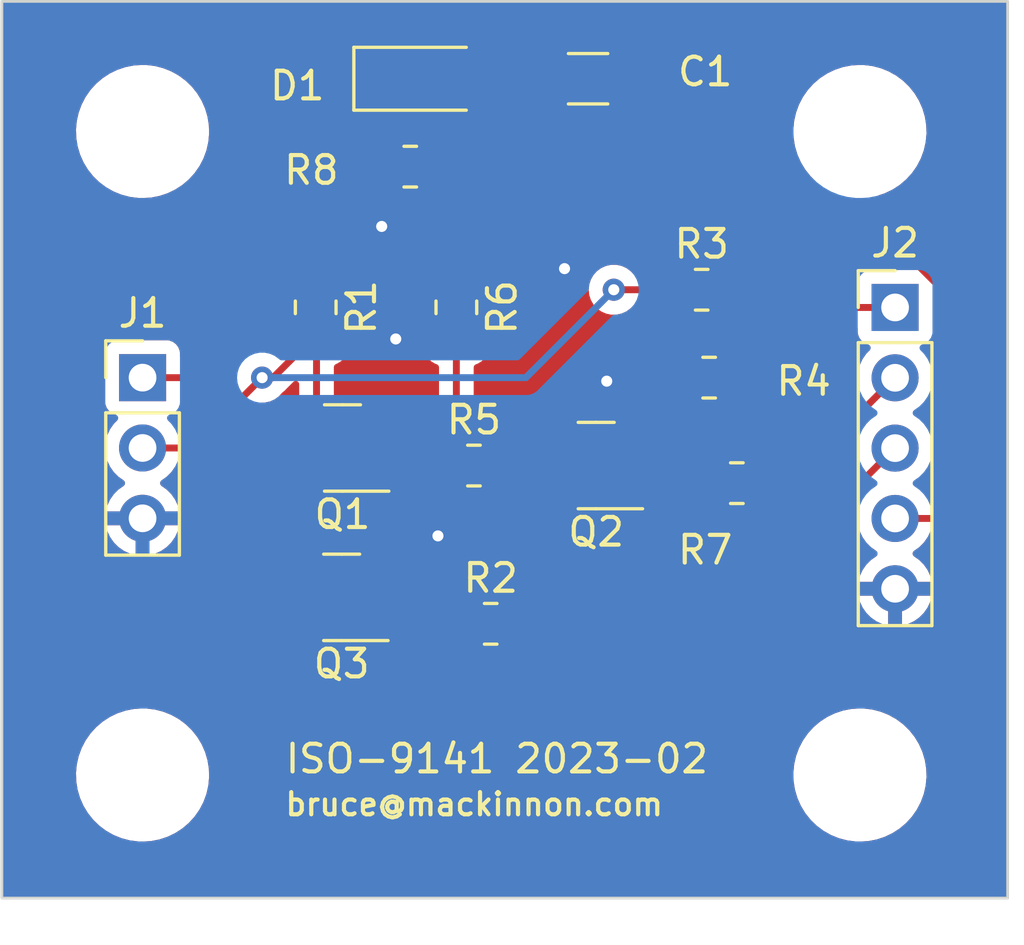
<source format=kicad_pcb>
(kicad_pcb (version 20221018) (generator pcbnew)
  (layers (0 "F.Cu" signal) (31 "B.Cu" signal) (34 "B.Paste" user) (35 "F.Paste" user) (36 "B.SilkS" user "B.Silkscreen") (37 "F.SilkS" user "F.Silkscreen") (38 "B.Mask" user) (39 "F.Mask" user) (44 "Edge.Cuts" user))
  (net 0 "")
  (net 1 "+12V")
  (net 2 "GND")
  (net 3 "Net-(D1-K)")
  (net 4 "KLINE")
  (net 5 "TX")
  (net 6 "RX")
  (net 7 "CTL")
  (net 8 "Net-(Q1-B)")
  (net 9 "Net-(Q2-B)")
  (net 10 "Net-(Q2-C)")
  (net 11 "Net-(Q3-B)")
  (footprint "Package_TO_SOT_SMD:SOT-23" (layer "F.Cu") (at 158.115 88.9 180)
    (fp_text reference "Q2" (at 0 -2.4) (layer "F.SilkS"))
    (fp_text value "MMBT3904")
    (fp_line (start 0 -1.56) (end -1.675 -1.56) (stroke (width 0.12)) (layer "F.SilkS"))
    (fp_line (start 0 -1.56) (end 0.65 -1.56) (stroke (width 0.12)) (layer "F.SilkS"))
    (fp_line (start 0 1.56) (end -0.65 1.56) (stroke (width 0.12)) (layer "F.SilkS"))
    (fp_line (start 0 1.56) (end 0.65 1.56) (stroke (width 0.12)) (layer "F.SilkS"))
    (pad "1" smd roundrect (at -0.9375 -0.95 180) (size 1.475 0.6) (layers "F.Cu" "F.Paste" "F.Mask") (net 9 "Net-(Q2-B)"))
    (pad "2" smd roundrect (at -0.9375 0.95 180) (size 1.475 0.6) (layers "F.Cu" "F.Paste" "F.Mask") (net 2 "GND"))
    (pad "3" smd roundrect (at 0.9375 0 180) (size 1.475 0.6) (layers "F.Cu" "F.Paste" "F.Mask") (net 10 "Net-(Q2-C)"))
  )
  (footprint "Resistor_SMD:R_0805_2012Metric_Pad1.20x1.40mm_HandSolder" (layer "F.Cu") (at 163.195 89.535)
    (fp_text reference "R7" (at -1.143 2.413) (layer "F.SilkS"))
    (fp_text value "2.2K")
    (fp_line (start -0.227064 -0.735) (end 0.227064 -0.735) (stroke (width 0.12)) (layer "F.SilkS"))
    (fp_line (start -0.227064 0.735) (end 0.227064 0.735) (stroke (width 0.12)) (layer "F.SilkS"))
    (pad "1" smd roundrect (at -1 0) (size 1.2 1.4) (layers "F.Cu" "F.Paste" "F.Mask") (roundrect_rratio 0.2083333333) (net 9 "Net-(Q2-B)"))
    (pad "2" smd roundrect (at 1 0) (size 1.2 1.4) (layers "F.Cu" "F.Paste" "F.Mask") (roundrect_rratio 0.2083333333) (net 5 "TX"))
  )
  (footprint "LED_SMD:LED_1206_3216Metric_Pad1.42x1.75mm_HandSolder" (layer "F.Cu") (at 151.8225 74.93)
    (fp_text reference "D1" (at -4.5025 0.254) (layer "F.SilkS"))
    (fp_text value "LED")
    (fp_line (start -2.46 -1.135) (end -2.46 1.135) (stroke (width 0.12)) (layer "F.SilkS"))
    (fp_line (start -2.46 1.135) (end 1.6 1.135) (stroke (width 0.12)) (layer "F.SilkS"))
    (fp_line (start 1.6 -1.135) (end -2.46 -1.135) (stroke (width 0.12)) (layer "F.SilkS"))
    (pad "1" smd roundrect (at -1.4875 0) (size 1.425 1.75) (layers "F.Cu" "F.Paste" "F.Mask") (roundrect_rratio 0.1754392982) (net 3 "Net-(D1-K)"))
    (pad "2" smd roundrect (at 1.4875 0) (size 1.425 1.75) (layers "F.Cu" "F.Paste" "F.Mask") (roundrect_rratio 0.1754392982) (net 1 "+12V"))
  )
  (footprint "Resistor_SMD:R_0805_2012Metric_Pad1.20x1.40mm_HandSolder" (layer "F.Cu") (at 151.4 78.105)
    (fp_text reference "R8" (at -3.572 0.127) (layer "F.SilkS"))
    (fp_text value "470")
    (fp_line (start -0.227064 -0.735) (end 0.227064 -0.735) (stroke (width 0.12)) (layer "F.SilkS"))
    (fp_line (start -0.227064 0.735) (end 0.227064 0.735) (stroke (width 0.12)) (layer "F.SilkS"))
    (pad "1" smd roundrect (at -1 0) (size 1.2 1.4) (layers "F.Cu" "F.Paste" "F.Mask") (roundrect_rratio 0.2083333333) (net 3 "Net-(D1-K)"))
    (pad "2" smd roundrect (at 1 0) (size 1.2 1.4) (layers "F.Cu" "F.Paste" "F.Mask") (roundrect_rratio 0.2083333333) (net 2 "GND"))
  )
  (footprint "Capacitor_SMD:C_1206_3216Metric_Pad1.33x1.80mm_HandSolder" (layer "F.Cu") (at 157.8225 74.93)
    (fp_text reference "C1" (at 4.2295 -0.254) (layer "F.SilkS"))
    (fp_text value "10U")
    (fp_line (start -0.711252 -0.91) (end 0.711252 -0.91) (stroke (width 0.12)) (layer "F.SilkS"))
    (fp_line (start -0.711252 0.91) (end 0.711252 0.91) (stroke (width 0.12)) (layer "F.SilkS"))
    (pad "1" smd roundrect (at -1.5625 0) (size 1.325 1.8) (layers "F.Cu" "F.Paste" "F.Mask") (roundrect_rratio 0.1886792453) (net 1 "+12V"))
    (pad "2" smd roundrect (at 1.5625 0) (size 1.325 1.8) (layers "F.Cu" "F.Paste" "F.Mask") (roundrect_rratio 0.1886792453) (net 2 "GND"))
  )
  (footprint "MountingHole:MountingHole_4.3mm_M4" (layer "F.Cu") (at 141.732 100.076)
    (fp_text reference "H3" hide)
    (fp_text value "MountingHole")
    (pad "" np_thru_hole circle (at 0 0) (size 4.3 4.3) (drill 4.3) (layers "*.Cu" "*.Mask"))
  )
  (footprint "MountingHole:MountingHole_4.3mm_M4" (layer "F.Cu") (at 141.732 76.835)
    (fp_text reference "H1" hide)
    (fp_text value "MountingHole")
    (pad "" np_thru_hole circle (at 0 0) (size 4.3 4.3) (drill 4.3) (layers "*.Cu" "*.Mask"))
  )
  (footprint "Resistor_SMD:R_0805_2012Metric_Pad1.20x1.40mm_HandSolder" (layer "F.Cu") (at 153.065 83.185 -90)
    (fp_text reference "R6" (at 0 -1.65 90) (layer "F.SilkS"))
    (fp_text value "5.6K")
    (fp_line (start -0.227064 -0.735) (end 0.227064 -0.735) (stroke (width 0.12)) (layer "F.SilkS"))
    (fp_line (start -0.227064 0.735) (end 0.227064 0.735) (stroke (width 0.12)) (layer "F.SilkS"))
    (pad "1" smd roundrect (at -1 0 270) (size 1.2 1.4) (layers "F.Cu" "F.Paste" "F.Mask") (roundrect_rratio 0.2083333333) (net 1 "+12V"))
    (pad "2" smd roundrect (at 1 0 270) (size 1.2 1.4) (layers "F.Cu" "F.Paste" "F.Mask") (roundrect_rratio 0.2083333333) (net 10 "Net-(Q2-C)"))
  )
  (footprint "MountingHole:MountingHole_4.3mm_M4" (layer "F.Cu") (at 167.64 100.076)
    (fp_text reference "H4" hide)
    (fp_text value "MountingHole")
    (pad "" np_thru_hole circle (at 0 0) (size 4.3 4.3) (drill 4.3) (layers "*.Cu" "*.Mask"))
  )
  (footprint "Resistor_SMD:R_0805_2012Metric_Pad1.20x1.40mm_HandSolder" (layer "F.Cu") (at 153.7 88.9)
    (fp_text reference "R5" (at 0 -1.65) (layer "F.SilkS"))
    (fp_text value "2.2K")
    (fp_line (start -0.227064 -0.735) (end 0.227064 -0.735) (stroke (width 0.12)) (layer "F.SilkS"))
    (fp_line (start -0.227064 0.735) (end 0.227064 0.735) (stroke (width 0.12)) (layer "F.SilkS"))
    (pad "1" smd roundrect (at -1 0) (size 1.2 1.4) (layers "F.Cu" "F.Paste" "F.Mask") (roundrect_rratio 0.2083333333) (net 8 "Net-(Q1-B)"))
    (pad "2" smd roundrect (at 1 0) (size 1.2 1.4) (layers "F.Cu" "F.Paste" "F.Mask") (roundrect_rratio 0.2083333333) (net 10 "Net-(Q2-C)"))
  )
  (footprint "MountingHole:MountingHole_4.3mm_M4" (layer "F.Cu") (at 167.64 76.835)
    (fp_text reference "H2" hide)
    (fp_text value "MountingHole")
    (pad "" np_thru_hole circle (at 0 0) (size 4.3 4.3) (drill 4.3) (layers "*.Cu" "*.Mask"))
  )
  (footprint "Resistor_SMD:R_0805_2012Metric_Pad1.20x1.40mm_HandSolder" (layer "F.Cu") (at 161.925 82.55)
    (fp_text reference "R3" (at 0 -1.65) (layer "F.SilkS"))
    (fp_text value "47K")
    (fp_line (start -0.227064 -0.735) (end 0.227064 -0.735) (stroke (width 0.12)) (layer "F.SilkS"))
    (fp_line (start -0.227064 0.735) (end 0.227064 0.735) (stroke (width 0.12)) (layer "F.SilkS"))
    (pad "1" smd roundrect (at -1 0) (size 1.2 1.4) (layers "F.Cu" "F.Paste" "F.Mask") (roundrect_rratio 0.2083333333) (net 4 "KLINE"))
    (pad "2" smd roundrect (at 1 0) (size 1.2 1.4) (layers "F.Cu" "F.Paste" "F.Mask") (roundrect_rratio 0.2083333333) (net 6 "RX"))
  )
  (footprint "Connector_PinHeader_2.54mm:PinHeader_1x05_P2.54mm_Vertical" (layer "F.Cu") (at 168.91 83.19)
    (fp_text reference "J2" (at 0 -2.33) (layer "F.SilkS"))
    (fp_text value "Conn_01x05")
    (fp_line (start -1.33 -1.33) (end 0 -1.33) (stroke (width 0.12)) (layer "F.SilkS"))
    (fp_line (start -1.33 0) (end -1.33 -1.33) (stroke (width 0.12)) (layer "F.SilkS"))
    (fp_line (start -1.33 1.27) (end -1.33 11.49) (stroke (width 0.12)) (layer "F.SilkS"))
    (fp_line (start -1.33 1.27) (end 1.33 1.27) (stroke (width 0.12)) (layer "F.SilkS"))
    (fp_line (start -1.33 11.49) (end 1.33 11.49) (stroke (width 0.12)) (layer "F.SilkS"))
    (fp_line (start 1.33 1.27) (end 1.33 11.49) (stroke (width 0.12)) (layer "F.SilkS"))
    (pad "1" thru_hole rect (at 0 0) (size 1.7 1.7) (drill 1) (layers "*.Cu" "*.Mask") (net 6 "RX"))
    (pad "2" thru_hole oval (at 0 2.54) (size 1.7 1.7) (drill 1) (layers "*.Cu" "*.Mask") (net 5 "TX"))
    (pad "3" thru_hole oval (at 0 5.08) (size 1.7 1.7) (drill 1) (layers "*.Cu" "*.Mask") (net 7 "CTL"))
    (pad "4" thru_hole oval (at 0 7.62) (size 1.7 1.7) (drill 1) (layers "*.Cu" "*.Mask") (net 1 "+12V"))
    (pad "5" thru_hole oval (at 0 10.16) (size 1.7 1.7) (drill 1) (layers "*.Cu" "*.Mask") (net 2 "GND"))
  )
  (footprint "Resistor_SMD:R_0805_2012Metric_Pad1.20x1.40mm_HandSolder" (layer "F.Cu") (at 147.985 83.185 -90)
    (fp_text reference "R1" (at 0 -1.65 90) (layer "F.SilkS"))
    (fp_text value "560")
    (fp_line (start -0.227064 -0.735) (end 0.227064 -0.735) (stroke (width 0.12)) (layer "F.SilkS"))
    (fp_line (start -0.227064 0.735) (end 0.227064 0.735) (stroke (width 0.12)) (layer "F.SilkS"))
    (pad "1" smd roundrect (at -1 0 270) (size 1.2 1.4) (layers "F.Cu" "F.Paste" "F.Mask") (roundrect_rratio 0.2083333333) (net 1 "+12V"))
    (pad "2" smd roundrect (at 1 0 270) (size 1.2 1.4) (layers "F.Cu" "F.Paste" "F.Mask") (roundrect_rratio 0.2083333333) (net 4 "KLINE"))
  )
  (footprint "Resistor_SMD:R_0805_2012Metric_Pad1.20x1.40mm_HandSolder" (layer "F.Cu") (at 154.305 94.615)
    (fp_text reference "R2" (at 0 -1.65) (layer "F.SilkS"))
    (fp_text value "2.2K")
    (fp_line (start -0.227064 -0.735) (end 0.227064 -0.735) (stroke (width 0.12)) (layer "F.SilkS"))
    (fp_line (start -0.227064 0.735) (end 0.227064 0.735) (stroke (width 0.12)) (layer "F.SilkS"))
    (pad "1" smd roundrect (at -1 0) (size 1.2 1.4) (layers "F.Cu" "F.Paste" "F.Mask") (roundrect_rratio 0.2083333333) (net 11 "Net-(Q3-B)"))
    (pad "2" smd roundrect (at 1 0) (size 1.2 1.4) (layers "F.Cu" "F.Paste" "F.Mask") (roundrect_rratio 0.2083333333) (net 7 "CTL"))
  )
  (footprint "Package_TO_SOT_SMD:SOT-23" (layer "F.Cu") (at 148.9525 88.265 180)
    (fp_text reference "Q1" (at 0 -2.4) (layer "F.SilkS"))
    (fp_text value "MMBT3904")
    (fp_line (start 0 -1.56) (end -1.675 -1.56) (stroke (width 0.12)) (layer "F.SilkS"))
    (fp_line (start 0 -1.56) (end 0.65 -1.56) (stroke (width 0.12)) (layer "F.SilkS"))
    (fp_line (start 0 1.56) (end -0.65 1.56) (stroke (width 0.12)) (layer "F.SilkS"))
    (fp_line (start 0 1.56) (end 0.65 1.56) (stroke (width 0.12)) (layer "F.SilkS"))
    (pad "1" smd roundrect (at -0.9375 -0.95 180) (size 1.475 0.6) (layers "F.Cu" "F.Paste" "F.Mask") (net 8 "Net-(Q1-B)"))
    (pad "2" smd roundrect (at -0.9375 0.95 180) (size 1.475 0.6) (layers "F.Cu" "F.Paste" "F.Mask") (net 2 "GND"))
    (pad "3" smd roundrect (at 0.9375 0 180) (size 1.475 0.6) (layers "F.Cu" "F.Paste" "F.Mask") (net 4 "KLINE"))
  )
  (footprint "Package_TO_SOT_SMD:SOT-23" (layer "F.Cu") (at 148.9225 93.66 180)
    (fp_text reference "Q3" (at 0 -2.4) (layer "F.SilkS"))
    (fp_text value "MMBT3904")
    (fp_line (start 0 -1.56) (end -1.675 -1.56) (stroke (width 0.12)) (layer "F.SilkS"))
    (fp_line (start 0 -1.56) (end 0.65 -1.56) (stroke (width 0.12)) (layer "F.SilkS"))
    (fp_line (start 0 1.56) (end -0.65 1.56) (stroke (width 0.12)) (layer "F.SilkS"))
    (fp_line (start 0 1.56) (end 0.65 1.56) (stroke (width 0.12)) (layer "F.SilkS"))
    (pad "1" smd roundrect (at -0.9375 -0.95 180) (size 1.475 0.6) (layers "F.Cu" "F.Paste" "F.Mask") (net 11 "Net-(Q3-B)"))
    (pad "2" smd roundrect (at -0.9375 0.95 180) (size 1.475 0.6) (layers "F.Cu" "F.Paste" "F.Mask") (net 2 "GND"))
    (pad "3" smd roundrect (at 0.9375 0 180) (size 1.475 0.6) (layers "F.Cu" "F.Paste" "F.Mask") (net 4 "KLINE"))
  )
  (footprint "Resistor_SMD:R_0805_2012Metric_Pad1.20x1.40mm_HandSolder" (layer "F.Cu") (at 162.195 85.725 180)
    (fp_text reference "R4" (at -3.413 -0.127) (layer "F.SilkS"))
    (fp_text value "22K")
    (fp_line (start -0.227064 -0.735) (end 0.227064 -0.735) (stroke (width 0.12)) (layer "F.SilkS"))
    (fp_line (start -0.227064 0.735) (end 0.227064 0.735) (stroke (width 0.12)) (layer "F.SilkS"))
    (pad "1" smd roundrect (at -1 0 180) (size 1.2 1.4) (layers "F.Cu" "F.Paste" "F.Mask") (roundrect_rratio 0.2083333333) (net 6 "RX"))
    (pad "2" smd roundrect (at 1 0 180) (size 1.2 1.4) (layers "F.Cu" "F.Paste" "F.Mask") (roundrect_rratio 0.2083333333) (net 2 "GND"))
  )
  (footprint "Connector_PinHeader_2.54mm:PinHeader_1x03_P2.54mm_Vertical" (layer "F.Cu") (at 141.732 85.725)
    (fp_text reference "J1" (at 0 -2.33) (layer "F.SilkS"))
    (fp_text value "Conn_01x03")
    (fp_line (start -1.33 -1.33) (end 0 -1.33) (stroke (width 0.12)) (layer "F.SilkS"))
    (fp_line (start -1.33 0) (end -1.33 -1.33) (stroke (width 0.12)) (layer "F.SilkS"))
    (fp_line (start -1.33 1.27) (end -1.33 6.41) (stroke (width 0.12)) (layer "F.SilkS"))
    (fp_line (start -1.33 1.27) (end 1.33 1.27) (stroke (width 0.12)) (layer "F.SilkS"))
    (fp_line (start -1.33 6.41) (end 1.33 6.41) (stroke (width 0.12)) (layer "F.SilkS"))
    (fp_line (start 1.33 1.27) (end 1.33 6.41) (stroke (width 0.12)) (layer "F.SilkS"))
    (pad "1" thru_hole rect (at 0 0) (size 1.7 1.7) (drill 1) (layers "*.Cu" "*.Mask") (net 1 "+12V"))
    (pad "2" thru_hole oval (at 0 2.54) (size 1.7 1.7) (drill 1) (layers "*.Cu" "*.Mask") (net 4 "KLINE"))
    (pad "3" thru_hole oval (at 0 5.08) (size 1.7 1.7) (drill 1) (layers "*.Cu" "*.Mask") (net 2 "GND"))
  )
  (gr_rect (start 136.652 72.136) (end 172.974 104.521) (stroke (width 0.1)) (fill none) (layer "Edge.Cuts"))
  (gr_text "bruce@mackinnon.com" (at 146.812 101.6) (layer "F.SilkS") (effects (font (size 0.8 0.8)) (justify left bottom)))
  (gr_text "ISO-9141 2023-02" (at 146.812 100.076) (layer "F.SilkS") (effects (font (size 1 1)) (justify left bottom)))
  (segment (start 156.26 78.99) (end 156.26 74.93) (width 0.25) (layer "F.Cu") (net 1))
  (segment (start 168.91 90.81) (end 170.81 90.81) (width 0.25) (layer "F.Cu") (net 1))
  (segment (start 153.065 82.185) (end 156.26 78.99) (width 0.25) (layer "F.Cu") (net 1))
  (segment (start 144.445 85.725) (end 141.732 85.725) (width 0.25) (layer "F.Cu") (net 1))
  (segment (start 170.81 90.81) (end 171.45 90.17) (width 0.25) (layer "F.Cu") (net 1))
  (segment (start 144.445 85.725) (end 147.985 82.185) (width 0.25) (layer "F.Cu") (net 1))
  (segment (start 147.985 82.185) (end 153.065 82.185) (width 0.25) (layer "F.Cu") (net 1))
  (segment (start 171.45 90.17) (end 171.45 83.38) (width 0.25) (layer "F.Cu") (net 1))
  (segment (start 160.69 79.36) (end 156.26 74.93) (width 0.25) (layer "F.Cu") (net 1))
  (segment (start 167.43 79.36) (end 160.69 79.36) (width 0.25) (layer "F.Cu") (net 1))
  (segment (start 153.31 74.93) (end 156.26 74.93) (width 0.25) (layer "F.Cu") (net 1))
  (segment (start 171.45 83.38) (end 167.43 79.36) (width 0.25) (layer "F.Cu") (net 1))
  (via (at 150.876 84.328) (size 0.8) (drill 0.4) (layers "F.Cu" "B.Cu") (net 2))
  (via (at 152.4 91.44) (size 0.8) (drill 0.4) (layers "F.Cu" "B.Cu") (net 2))
  (via (at 156.972 81.788) (size 0.8) (drill 0.4) (layers "F.Cu" "B.Cu") (net 2))
  (via (at 150.368 80.264) (size 0.8) (drill 0.4) (layers "F.Cu" "B.Cu") (net 2))
  (via (at 158.496 85.852) (size 0.8) (drill 0.4) (layers "F.Cu" "B.Cu") (net 2))
  (segment (start 150.335 74.93) (end 150.335 78.04) (width 0.25) (layer "F.Cu") (net 3))
  (segment (start 150.335 78.04) (end 150.4 78.105) (width 0.25) (layer "F.Cu") (net 3))
  (segment (start 143.51 88.265) (end 146.05 85.725) (width 0.25) (layer "F.Cu") (net 4))
  (segment (start 146.445 85.725) (end 146.05 85.725) (width 0.25) (layer "F.Cu") (net 4))
  (segment (start 158.75 82.55) (end 160.925 82.55) (width 0.25) (layer "F.Cu") (net 4))
  (segment (start 148.015 84.215) (end 147.985 84.185) (width 0.25) (layer "F.Cu") (net 4))
  (segment (start 148.015 88.265) (end 148.015 93.63) (width 0.25) (layer "F.Cu") (net 4))
  (segment (start 148.015 93.63) (end 147.985 93.66) (width 0.25) (layer "F.Cu") (net 4))
  (segment (start 148.015 88.265) (end 148.015 84.215) (width 0.25) (layer "F.Cu") (net 4))
  (segment (start 147.985 84.185) (end 146.445 85.725) (width 0.25) (layer "F.Cu") (net 4))
  (segment (start 141.732 88.265) (end 143.51 88.265) (width 0.25) (layer "F.Cu") (net 4))
  (via (at 158.75 82.55) (size 0.8) (drill 0.4) (layers "F.Cu" "B.Cu") (net 4))
  (via (at 146.05 85.725) (size 0.8) (drill 0.4) (layers "F.Cu" "B.Cu") (net 4))
  (segment (start 146.05 85.725) (end 155.575 85.725) (width 0.25) (layer "B.Cu") (net 4))
  (segment (start 155.575 85.725) (end 158.75 82.55) (width 0.25) (layer "B.Cu") (net 4))
  (segment (start 164.195 89.535) (end 165.105 89.535) (width 0.25) (layer "F.Cu") (net 5))
  (segment (start 165.105 89.535) (end 168.91 85.73) (width 0.25) (layer "F.Cu") (net 5))
  (segment (start 162.925 82.55) (end 163.195 82.82) (width 0.25) (layer "F.Cu") (net 6))
  (segment (start 163.565 83.19) (end 168.91 83.19) (width 0.25) (layer "F.Cu") (net 6))
  (segment (start 163.195 82.82) (end 163.195 85.725) (width 0.25) (layer "F.Cu") (net 6))
  (segment (start 162.925 82.55) (end 163.565 83.19) (width 0.25) (layer "F.Cu") (net 6))
  (segment (start 162.565 94.615) (end 168.91 88.27) (width 0.25) (layer "F.Cu") (net 7))
  (segment (start 155.305 94.615) (end 162.565 94.615) (width 0.25) (layer "F.Cu") (net 7))
  (segment (start 149.89 89.215) (end 152.385 89.215) (width 0.25) (layer "F.Cu") (net 8))
  (segment (start 152.385 89.215) (end 152.7 88.9) (width 0.25) (layer "F.Cu") (net 8))
  (segment (start 161.88 89.85) (end 162.195 89.535) (width 0.25) (layer "F.Cu") (net 9))
  (segment (start 159.0525 89.85) (end 161.88 89.85) (width 0.25) (layer "F.Cu") (net 9))
  (segment (start 154.7 88.9) (end 157.1775 88.9) (width 0.25) (layer "F.Cu") (net 10))
  (segment (start 153.065 84.185) (end 153.065 87.265) (width 0.25) (layer "F.Cu") (net 10))
  (segment (start 153.065 87.265) (end 154.7 88.9) (width 0.25) (layer "F.Cu") (net 10))
  (segment (start 149.86 94.61) (end 149.865 94.615) (width 0.25) (layer "F.Cu") (net 11))
  (segment (start 149.865 94.615) (end 153.305 94.615) (width 0.25) (layer "F.Cu") (net 11))
  (zone (net 2) (net_name "GND") (layer "F.Cu") (connect_pads (clearance 0.5)) (min_thickness 0.25) (fill yes (thermal_gap 0.5) (thermal_bridge_width 0.5))
    (polygon (pts (xy 136.652 72.136) (xy 136.652 104.521) (xy 172.974 104.521) (xy 172.974 72.136)))
  )
  (zone (net 2) (net_name "GND") (layer "B.Cu") (priority 1) (connect_pads (clearance 0.5)) (min_thickness 0.25) (fill yes (thermal_gap 0.5) (thermal_bridge_width 0.5))
    (polygon (pts (xy 136.652 72.136) (xy 136.652 104.521) (xy 172.974 104.521) (xy 172.974 72.136)))
  )
)
</source>
